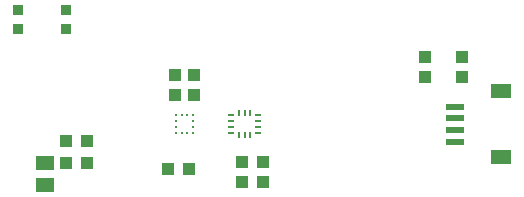
<source format=gbr>
G04 EAGLE Gerber RS-274X export*
G75*
%MOMM*%
%FSLAX34Y34*%
%LPD*%
%INSolderpaste Top*%
%IPPOS*%
%AMOC8*
5,1,8,0,0,1.08239X$1,22.5*%
G01*
%ADD10R,1.000000X1.075000*%
%ADD11R,1.550000X0.600000*%
%ADD12R,1.800000X1.200000*%
%ADD13R,0.275000X0.250000*%
%ADD14R,0.250000X0.275000*%
%ADD15R,0.475000X0.250000*%
%ADD16R,0.250000X0.475000*%
%ADD17R,0.900000X0.900000*%
%ADD18R,1.075000X1.000000*%
%ADD19R,1.500000X1.240000*%


D10*
X276860Y82160D03*
X276860Y65160D03*
D11*
X457460Y109300D03*
X457460Y119300D03*
X457460Y99300D03*
X457460Y129300D03*
D12*
X496460Y86300D03*
X496460Y142300D03*
D10*
X236601Y139201D03*
X236601Y156201D03*
D13*
X236100Y106800D03*
X236100Y111800D03*
X236100Y116800D03*
X236100Y121800D03*
D14*
X231100Y121800D03*
X226100Y121800D03*
D13*
X221100Y121800D03*
X221100Y116800D03*
X221100Y111800D03*
X221100Y106800D03*
D14*
X226100Y106800D03*
X231100Y106800D03*
D10*
X220345Y138820D03*
X220345Y155820D03*
D15*
X267775Y121800D03*
X267775Y116800D03*
X267775Y111800D03*
X267775Y106800D03*
D16*
X274400Y105175D03*
X279400Y105175D03*
X284400Y105175D03*
D15*
X291025Y106800D03*
X291025Y111800D03*
X291025Y116800D03*
X291025Y121800D03*
D16*
X284400Y123425D03*
X279400Y123425D03*
X274400Y123425D03*
D17*
X128450Y211200D03*
X128450Y195200D03*
X87450Y195200D03*
X87450Y211200D03*
D18*
X145660Y81280D03*
X128660Y81280D03*
X128660Y100330D03*
X145660Y100330D03*
X215020Y76200D03*
X232020Y76200D03*
D10*
X294640Y65160D03*
X294640Y82160D03*
X431800Y171060D03*
X431800Y154060D03*
X463550Y171060D03*
X463550Y154060D03*
D19*
X110490Y62890D03*
X110490Y81890D03*
M02*

</source>
